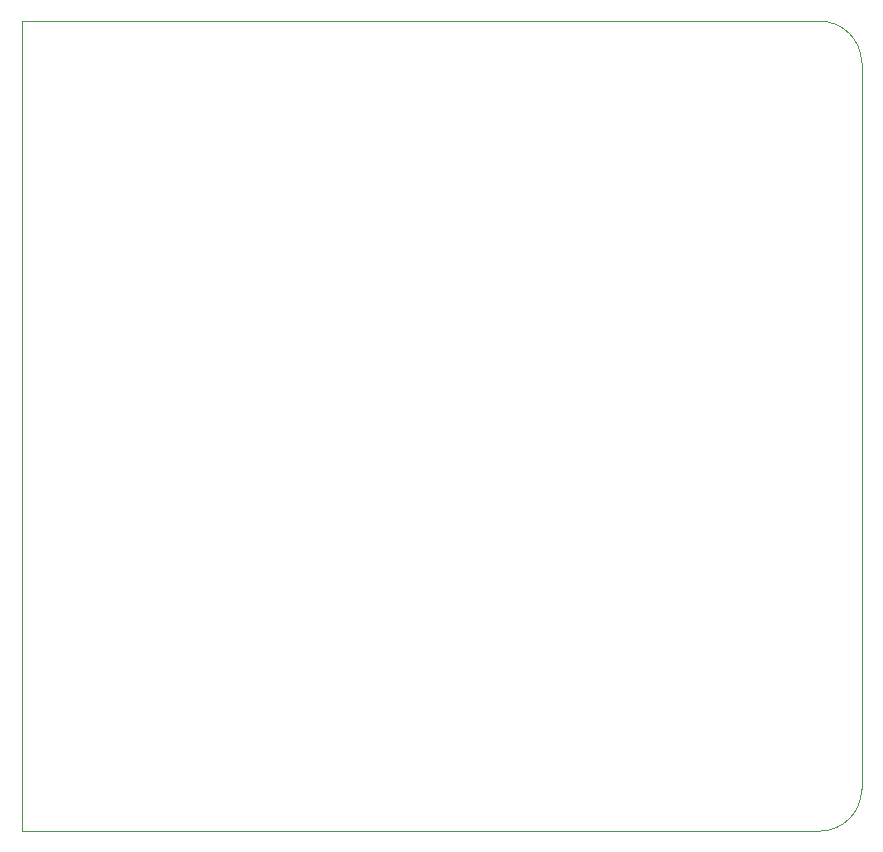
<source format=gbr>
%TF.GenerationSoftware,KiCad,Pcbnew,(6.0.0)*%
%TF.CreationDate,2022-01-24T17:46:17-05:00*%
%TF.ProjectId,esp32 breakout2,65737033-3220-4627-9265-616b6f757432,rev?*%
%TF.SameCoordinates,Original*%
%TF.FileFunction,Profile,NP*%
%FSLAX46Y46*%
G04 Gerber Fmt 4.6, Leading zero omitted, Abs format (unit mm)*
G04 Created by KiCad (PCBNEW (6.0.0)) date 2022-01-24 17:46:17*
%MOMM*%
%LPD*%
G01*
G04 APERTURE LIST*
%TA.AperFunction,Profile*%
%ADD10C,0.100000*%
%TD*%
G04 APERTURE END LIST*
D10*
X189484000Y-119380000D02*
G75*
G03*
X193040000Y-115824000I1J3555999D01*
G01*
X189484000Y-50800000D02*
X121920000Y-50800000D01*
X193040000Y-115824000D02*
X193040000Y-54356000D01*
X121920000Y-50800000D02*
X121920000Y-119380000D01*
X121920000Y-119380000D02*
X189484000Y-119380000D01*
X193040000Y-54356000D02*
G75*
G03*
X189484000Y-50800000I-3555999J1D01*
G01*
M02*

</source>
